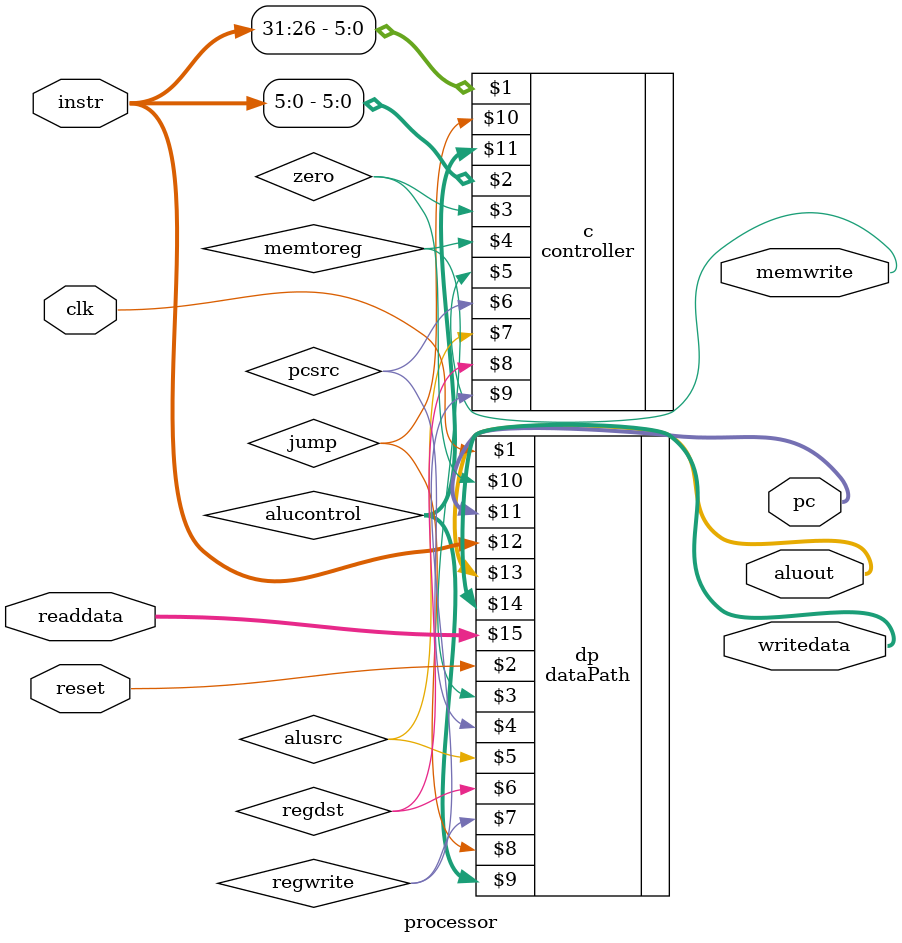
<source format=sv>
module processor(input  logic        clk, reset,
            output logic [31:0] pc,
            input  logic [31:0] instr,
            output logic        memwrite,
            output logic [31:0] aluout, writedata,
            input  logic [31:0] readdata);

  logic       memtoreg, alusrc, regdst, 
              regwrite, jump, pcsrc, zero;
  logic [2:0] alucontrol;

  controller c(instr[31:26], instr[5:0], zero,
               memtoreg, memwrite, pcsrc,
               alusrc, regdst, regwrite, jump,
               alucontrol);
  dataPath dp(clk, reset, memtoreg, pcsrc,
              alusrc, regdst, regwrite, jump,
              alucontrol,
              zero, pc, instr,
              aluout, writedata, readdata);
endmodule


</source>
